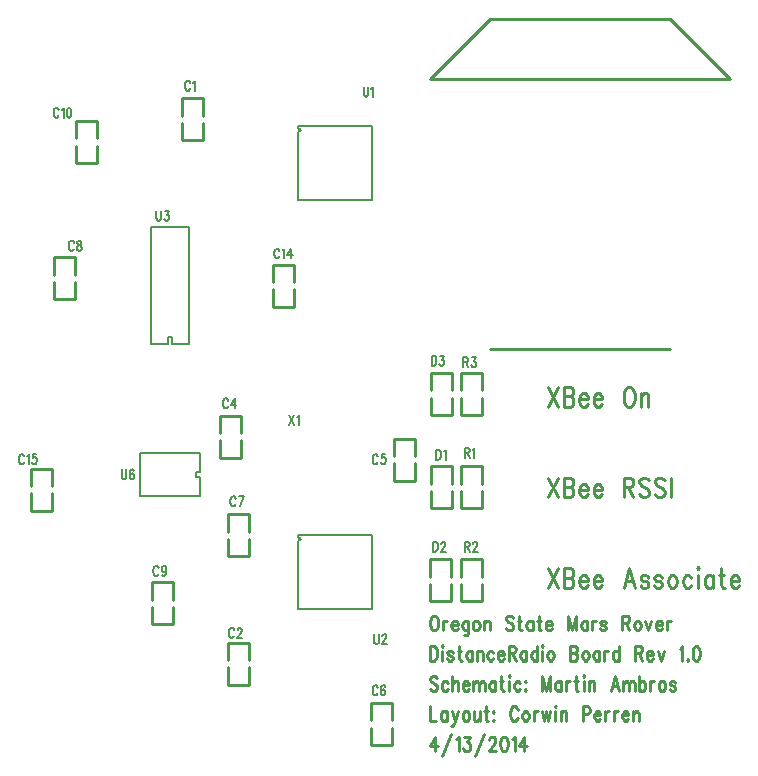
<source format=gto>
*
*
G04 PADS 9.3.1 Build Number: 456998 generated Gerber (RS-274-X) file*
G04 PC Version=2.1*
*
%IN "DistanceRadioRover.pcb"*%
*
%MOIN*%
*
%FSLAX35Y35*%
*
*
*
*
G04 PC Standard Apertures*
*
*
G04 Thermal Relief Aperture macro.*
%AMTER*
1,1,$1,0,0*
1,0,$1-$2,0,0*
21,0,$3,$4,0,0,45*
21,0,$3,$4,0,0,135*
%
*
*
G04 Annular Aperture macro.*
%AMANN*
1,1,$1,0,0*
1,0,$2,0,0*
%
*
*
G04 Odd Aperture macro.*
%AMODD*
1,1,$1,0,0*
1,0,$1-0.005,0,0*
%
*
*
G04 PC Custom Aperture Macros*
*
*
*
*
*
*
G04 PC Aperture Table*
*
%ADD010C,0.001*%
%ADD011C,0.01*%
%ADD040C,0.00787*%
%ADD202C,0.00504*%
%ADD203C,0.00866*%
*
*
*
*
G04 PC Circuitry*
G04 Layer Name DistanceRadioRover.pcb - circuitry*
%LPD*%
*
*
G04 PC Custom Flashes*
G04 Layer Name DistanceRadioRover.pcb - flashes*
%LPD*%
*
*
G04 PC Circuitry*
G04 Layer Name DistanceRadioRover.pcb - circuitry*
%LPD*%
*
G54D10*
G54D11*
G01X69012Y220413D02*
Y226213D01*
X62012*
Y220413*
X69012Y218013D02*
Y212213D01*
X62012*
Y218013*
X77130Y36595D02*
Y30795D01*
X84130*
Y36595*
X77130Y38995D02*
Y44795D01*
X84130*
Y38995*
X74610Y112186D02*
Y106386D01*
X81610*
Y112186*
X74610Y114586D02*
Y120386D01*
X81610*
Y114586*
X139563Y107027D02*
Y112827D01*
X132563*
Y107027*
X139563Y104627D02*
Y98827D01*
X132563*
Y104627*
X132004Y18838D02*
Y24638D01*
X125004*
Y18838*
X132004Y16438D02*
Y10638D01*
X125004*
Y16438*
X77130Y79430D02*
Y73630D01*
X84130*
Y79430*
X77130Y81830D02*
Y87630D01*
X84130*
Y81830*
X26177Y167499D02*
Y173299D01*
X19177*
Y167499*
X26177Y165099D02*
Y159299D01*
X19177*
Y165099*
X51933Y56753D02*
Y50953D01*
X58933*
Y56753*
X51933Y59153D02*
Y64953D01*
X58933*
Y59153*
X26736Y210454D02*
Y204654D01*
X33736*
Y210454*
X26736Y212854D02*
Y218654D01*
X33736*
Y212854*
X92248Y162580D02*
Y156780D01*
X99248*
Y162580*
X92248Y164980D02*
Y170780D01*
X99248*
Y164980*
X18618Y96948D02*
Y102748D01*
X11618*
Y96948*
X18618Y94548D02*
Y88748D01*
X11618*
Y94548*
X151908Y97820D02*
Y103620D01*
X144908*
Y97820*
X151908Y95420D02*
Y89620D01*
X144908*
Y95420*
X161987Y97820D02*
Y103620D01*
X154987*
Y97820*
X161987Y95420D02*
Y89620D01*
X154987*
Y95420*
X151722Y66807D02*
Y72607D01*
X144722*
Y66807*
X151722Y64407D02*
Y58607D01*
X144722*
Y64407*
X161800Y66807D02*
Y72607D01*
X154800*
Y66807*
X161800Y64407D02*
Y58607D01*
X154800*
Y64407*
X151908Y128834D02*
Y134634D01*
X144908*
Y128834*
X151908Y126434D02*
Y120634D01*
X144908*
Y126434*
X161987Y128834D02*
Y134634D01*
X154987*
Y128834*
X161987Y126434D02*
Y120634D01*
X154987*
Y126434*
X183937Y130027D02*
X187119Y123465D01*
Y130027D02*
X183937Y123465D01*
X189164Y130027D02*
Y123465D01*
Y130027D02*
X191210D01*
X191892Y129715*
X192119Y129402*
X192346Y128777*
Y128152*
X192119Y127527*
X191892Y127215*
X191210Y126902*
X189164D02*
X191210D01*
X191892Y126590*
X192119Y126277*
X192346Y125652*
Y124715*
X192119Y124090*
X191892Y123777*
X191210Y123465*
X189164*
X194392Y125965D02*
X197119D01*
Y126590*
X196892Y127215*
X196664Y127527*
X196210Y127840*
X195528*
X195073Y127527*
X194619Y126902*
X194392Y125965*
Y125340*
X194619Y124402*
X195073Y123777*
X195528Y123465*
X196210*
X196664Y123777*
X197119Y124402*
X199164Y125965D02*
X201892D01*
Y126590*
X201664Y127215*
X201437Y127527*
X200982Y127840*
X200301*
X199846Y127527*
X199392Y126902*
X199164Y125965*
Y125340*
X199392Y124402*
X199846Y123777*
X200301Y123465*
X200982*
X201437Y123777*
X201892Y124402*
X210528Y130027D02*
X210073Y129715D01*
X209619Y129090*
X209392Y128465*
X209164Y127527*
Y125965*
X209392Y125027*
X209619Y124402*
X210073Y123777*
X210528Y123465*
X211437*
X211892Y123777*
X212346Y124402*
X212573Y125027*
X212801Y125965*
Y127527*
X212573Y128465*
X212346Y129090*
X211892Y129715*
X211437Y130027*
X210528*
X214846Y127840D02*
Y123465D01*
Y126590D02*
X215528Y127527D01*
X215982Y127840*
X216664*
X217119Y127527*
X217346Y126590*
Y123465*
X183937Y99791D02*
X187119Y93228D01*
Y99791D02*
X183937Y93228D01*
X189164Y99791D02*
Y93228D01*
Y99791D02*
X191210D01*
X191892Y99478*
X192119Y99166*
X192346Y98541*
Y97916*
X192119Y97291*
X191892Y96978*
X191210Y96666*
X189164D02*
X191210D01*
X191892Y96353*
X192119Y96041*
X192346Y95416*
Y94478*
X192119Y93853*
X191892Y93541*
X191210Y93228*
X189164*
X194392Y95728D02*
X197119D01*
Y96353*
X196892Y96978*
X196664Y97291*
X196210Y97603*
X195528*
X195073Y97291*
X194619Y96666*
X194392Y95728*
Y95103*
X194619Y94166*
X195073Y93541*
X195528Y93228*
X196210*
X196664Y93541*
X197119Y94166*
X199164Y95728D02*
X201892D01*
Y96353*
X201664Y96978*
X201437Y97291*
X200982Y97603*
X200301*
X199846Y97291*
X199392Y96666*
X199164Y95728*
Y95103*
X199392Y94166*
X199846Y93541*
X200301Y93228*
X200982*
X201437Y93541*
X201892Y94166*
X209164Y99791D02*
Y93228D01*
Y99791D02*
X211210D01*
X211892Y99478*
X212119Y99166*
X212346Y98541*
Y97916*
X212119Y97291*
X211892Y96978*
X211210Y96666*
X209164*
X210755D02*
X212346Y93228D01*
X217573Y98853D02*
X217119Y99478D01*
X216437Y99791*
X215528*
X214846Y99478*
X214392Y98853*
Y98228*
X214619Y97603*
X214846Y97291*
X215301Y96978*
X216664Y96353*
X217119Y96041*
X217346Y95728*
X217573Y95103*
Y94166*
X217119Y93541*
X216437Y93228*
X215528*
X214846Y93541*
X214392Y94166*
X222801Y98853D02*
X222346Y99478D01*
X221664Y99791*
X220755*
X220073Y99478*
X219619Y98853*
Y98228*
X219846Y97603*
X220073Y97291*
X220528Y96978*
X221892Y96353*
X222346Y96041*
X222573Y95728*
X222801Y95103*
Y94166*
X222346Y93541*
X221664Y93228*
X220755*
X220073Y93541*
X219619Y94166*
X224846Y99791D02*
Y93228D01*
X183937Y69555D02*
X187119Y62992D01*
Y69555D02*
X183937Y62992D01*
X189164Y69555D02*
Y62992D01*
Y69555D02*
X191210D01*
X191892Y69242*
X192119Y68930*
X192346Y68305*
Y67680*
X192119Y67055*
X191892Y66742*
X191210Y66430*
X189164D02*
X191210D01*
X191892Y66117*
X192119Y65805*
X192346Y65180*
Y64242*
X192119Y63617*
X191892Y63305*
X191210Y62992*
X189164*
X194392Y65492D02*
X197119D01*
Y66117*
X196892Y66742*
X196664Y67055*
X196210Y67367*
X195528*
X195073Y67055*
X194619Y66430*
X194392Y65492*
Y64867*
X194619Y63930*
X195073Y63305*
X195528Y62992*
X196210*
X196664Y63305*
X197119Y63930*
X199164Y65492D02*
X201892D01*
Y66117*
X201664Y66742*
X201437Y67055*
X200982Y67367*
X200301*
X199846Y67055*
X199392Y66430*
X199164Y65492*
Y64867*
X199392Y63930*
X199846Y63305*
X200301Y62992*
X200982*
X201437Y63305*
X201892Y63930*
X210982Y69555D02*
X209164Y62992D01*
X210982Y69555D02*
X212801Y62992D01*
X209846Y65180D02*
X212119D01*
X217346Y66430D02*
X217119Y67055D01*
X216437Y67367*
X215755*
X215073Y67055*
X214846Y66430*
X215073Y65805*
X215528Y65492*
X216664Y65180*
X217119Y64867*
X217346Y64242*
Y63930*
X217119Y63305*
X216437Y62992*
X215755*
X215073Y63305*
X214846Y63930*
X221892Y66430D02*
X221664Y67055D01*
X220982Y67367*
X220301*
X219619Y67055*
X219392Y66430*
X219619Y65805*
X220073Y65492*
X221210Y65180*
X221664Y64867*
X221892Y64242*
Y63930*
X221664Y63305*
X220982Y62992*
X220301*
X219619Y63305*
X219392Y63930*
X225073Y67367D02*
X224619Y67055D01*
X224164Y66430*
X223937Y65492*
Y64867*
X224164Y63930*
X224619Y63305*
X225073Y62992*
X225755*
X226210Y63305*
X226664Y63930*
X226892Y64867*
Y65492*
X226664Y66430*
X226210Y67055*
X225755Y67367*
X225073*
X231664Y66430D02*
X231210Y67055D01*
X230755Y67367*
X230073*
X229619Y67055*
X229164Y66430*
X228937Y65492*
Y64867*
X229164Y63930*
X229619Y63305*
X230073Y62992*
X230755*
X231210Y63305*
X231664Y63930*
X233710Y69555D02*
X233937Y69242D01*
X234164Y69555*
X233937Y69867*
X233710Y69555*
X233937Y67367D02*
Y62992D01*
X238937Y67367D02*
Y62992D01*
Y66430D02*
X238482Y67055D01*
X238028Y67367*
X237346*
X236892Y67055*
X236437Y66430*
X236210Y65492*
Y64867*
X236437Y63930*
X236892Y63305*
X237346Y62992*
X238028*
X238482Y63305*
X238937Y63930*
X241664Y69555D02*
Y64242D01*
X241892Y63305*
X242346Y62992*
X242801*
X240982Y67367D02*
X242573D01*
X244846Y65492D02*
X247573D01*
Y66117*
X247346Y66742*
X247119Y67055*
X246664Y67367*
X245982*
X245528Y67055*
X245073Y66430*
X244846Y65492*
Y64867*
X245073Y63930*
X245528Y63305*
X245982Y62992*
X246664*
X247119Y63305*
X247573Y63930*
X144646Y232520D02*
X164646Y252520D01*
X224646*
X244646Y232520*
X144646*
X164646Y142520D02*
X224646D01*
G54D40*
X100591Y192323D02*
X125394D01*
Y217126*
X100591*
Y216339*
X101772Y215748*
X100591Y215157*
Y192323*
Y55951D02*
X125394D01*
Y80754*
X100591*
Y79967*
X101772Y79376*
X100591Y78786*
Y55951*
X67795Y107874D02*
Y101673D01*
X66565*
Y99902*
X67795*
Y93701*
X48110*
Y107874*
X67795*
X64252Y144291D02*
X58740D01*
Y146727*
X57165*
Y144291*
X51654*
Y183268*
X64252*
Y144291*
G54D202*
X122457Y230079D02*
Y227717D01*
X122571Y227244*
X122800Y226929*
X123144Y226772*
X123373*
X123717Y226929*
X123946Y227244*
X124060Y227717*
Y230079*
X125091Y229449D02*
X125320Y229606D01*
X125664Y230079*
Y226772*
X125984Y47654D02*
Y45291D01*
X126099Y44819*
X126328Y44504*
X126671Y44346*
X126901*
X126901D02*
X127244Y44504D01*
X127473Y44819*
X127588Y45291*
Y47654*
X128733Y46866D02*
Y47024D01*
X128848Y47339*
X128962Y47496*
X129191Y47654*
X129649*
X129878Y47496*
X129993Y47339*
X130107Y47024*
Y46709*
X129993Y46394*
X129764Y45921*
X128618Y44346*
X130222*
X97740Y120605D02*
X99344Y117298D01*
Y120605D02*
X97740Y117298D01*
X100374Y119975D02*
X100603Y120133D01*
X100947Y120605*
Y117298*
X41827Y102583D02*
Y100220D01*
X41941Y99748*
X42170Y99433*
X42514Y99276*
X42743*
X43087Y99433*
X43316Y99748*
X43430Y100220*
Y102583*
X45835Y102110D02*
X45721Y102425D01*
X45377Y102583*
X45148*
X44805Y102425*
X44576Y101953*
X44461Y101165*
Y100378*
X44576Y99748*
X44805Y99433*
X45148Y99276*
X45263*
X45606Y99433*
X45835Y99748*
X45950Y100220*
Y100378*
X45835Y100850*
X45606Y101165*
X45263Y101323*
X45148*
X44805Y101165*
X44576Y100850*
X44461Y100378*
X64710Y231307D02*
X64596Y231622D01*
X64366Y231937*
X64366D02*
X64137Y232094D01*
X63679*
X63450Y231937*
X63221Y231622*
X63107Y231307*
X62992Y230835*
Y230047*
X63107Y229575*
X63221Y229260*
X63450Y228945*
X63679Y228787*
X64137*
X64366Y228945*
X64366D02*
X64596Y229260D01*
X64710Y229575*
X65741Y231465D02*
X65970Y231622D01*
X66314Y232094*
Y228787*
X79324Y48882D02*
X79210Y49197D01*
X78981Y49512*
X78752Y49669*
X78293*
X78064Y49512*
X77835Y49197*
X77721Y48882*
X77606Y48409*
Y47622*
X77721Y47150*
X77835Y46835*
X78064Y46520*
X78293Y46362*
X78752*
X78981Y46520*
X79210Y46835*
X79324Y47150*
X80470Y48882D02*
Y49039D01*
X80584Y49354*
X80699Y49512*
X80928Y49669*
X81386*
X81615Y49512*
X81729Y49354*
X81844Y49039*
Y48724*
X81729Y48409*
X81500Y47937*
X80355Y46362*
X81958*
X77309Y125480D02*
X77194Y125795D01*
X76965Y126110*
X76736Y126268*
X76278*
X76049Y126110*
X75820Y125795*
X75705Y125480*
X75591Y125008*
Y124220*
X75705Y123748*
X75820Y123433*
X76049Y123118*
X76278Y122961*
X76736*
X76965Y123118*
X77194Y123433*
X77309Y123748*
X79485Y126268D02*
X78339Y124063D01*
X80057*
X79485Y126268D02*
Y122961D01*
X127198Y106835D02*
X127084Y107150D01*
X126855Y107465*
X126626Y107622*
X126168*
X126168D02*
X125938Y107465D01*
X125709Y107150*
X125595Y106835*
X125480Y106362*
Y105575*
X125595Y105102*
X125709Y104787*
X125938Y104472*
X126168Y104315*
X126168D02*
X126626D01*
X126855Y104472*
X127084Y104787*
X127198Y105102*
X129718Y107622D02*
X128573D01*
X128458Y106205*
X128573Y106362*
X128916Y106520*
X129260*
X129603Y106362*
X129832Y106047*
X129832D02*
X129947Y105575D01*
X129832Y105260*
X129832D02*
X129718Y104787D01*
X129489Y104472*
X129145Y104315*
X128802*
X128458Y104472*
X128344Y104630*
X128229Y104945*
X127198Y29732D02*
X127084Y30047D01*
X126855Y30362*
X126626Y30520*
X126168*
X126168D02*
X125938Y30362D01*
X125709Y30047*
X125595Y29732*
X125480Y29260*
Y28472*
X125595Y28000*
X125709Y27685*
X125938Y27370*
X126168Y27213*
X126168D02*
X126626D01*
X126855Y27370*
X127084Y27685*
X127198Y28000*
X129603Y30047D02*
X129489Y30362D01*
X129145Y30520*
X128916*
X128573Y30362*
X128344Y29890*
X128229Y29102*
Y28315*
X128344Y27685*
X128573Y27370*
X128916Y27213*
X129031*
X129374Y27370*
X129603Y27685*
X129718Y28157*
Y28315*
X129603Y28787*
X129374Y29102*
X129031Y29260*
X128916*
X128573Y29102*
X128344Y28787*
X128229Y28315*
X79828Y92724D02*
X79714Y93039D01*
X79485Y93354*
X79256Y93512*
X78797*
X78568Y93354*
X78339Y93039*
X78225Y92724*
X78110Y92252*
Y91465*
X78225Y90992*
X78339Y90677*
X78568Y90362*
X78797Y90205*
X79256*
X79485Y90362*
X79714Y90677*
X79828Y90992*
X82462Y93512D02*
X81317Y90205D01*
X80859Y93512D02*
X82462D01*
X25907Y177890D02*
X25792Y178205D01*
X25563Y178520*
X25334Y178677*
X24876*
X24647Y178520*
X24418Y178205*
X24304Y177890*
X24189Y177417*
Y176630*
X24304Y176157*
X24418Y175843*
X24647Y175528*
X24876Y175370*
X25334*
X25563Y175528*
X25792Y175843*
X25907Y176157*
X27510Y178677D02*
X27167Y178520D01*
X27052Y178205*
Y177890*
X27167Y177575*
X27396Y177417*
X27854Y177260*
X28198Y177102*
X28427Y176787*
X28541Y176472*
Y176000*
X28427Y175685*
X28312Y175528*
X27969Y175370*
X27969D02*
X27510D01*
X27167Y175528*
X27052Y175685*
X26938Y176000*
Y176472*
X27052Y176787*
X27281Y177102*
X27625Y177260*
X28083Y177417*
X28312Y177575*
X28427Y177890*
Y178205*
X28312Y178520*
X27969Y178677*
X27969D02*
X27510D01*
X54127Y69543D02*
X54013Y69858D01*
X53784Y70173*
X53555Y70331*
X53097*
X52868Y70173*
X52639Y69858*
X52524Y69543*
X52409Y69071*
Y68283*
X52524Y67811*
X52639Y67496*
X52868Y67181*
X53097Y67024*
X53555*
X53784Y67181*
X54013Y67496*
X54127Y67811*
X56647Y69228D02*
X56533Y68756D01*
X56304Y68441*
X55960Y68283*
X55845*
X55502Y68441*
X55273Y68756*
X55158Y69228*
Y69386*
X55273Y69858*
X55502Y70173*
X55845Y70331*
X55960*
X56304Y70173*
X56533Y69858*
X56647Y69228*
Y68441*
X56533Y67654*
X56304Y67181*
X55960Y67024*
X55731*
X55387Y67181*
X55273Y67496*
X20868Y222236D02*
X20753Y222551D01*
X20524Y222866*
X20295Y223024*
X19837*
X19608Y222866*
X19379Y222551*
X19264Y222236*
X19150Y221764*
Y220976*
X19264Y220504*
X19379Y220189*
X19608Y219874*
X19837Y219717*
X20295*
X20524Y219874*
X20753Y220189*
X20868Y220504*
X21898Y222394D02*
X22127Y222551D01*
X22471Y223024*
Y219717*
X24189Y223024D02*
X23845Y222866D01*
X23616Y222394*
X23502Y221606*
Y221134*
X23616Y220346*
X23845Y219874*
X24189Y219717*
X24418*
X24762Y219874*
X24991Y220346*
X25105Y221134*
Y221606*
X24991Y222394*
X24762Y222866*
X24418Y223024*
X24189*
X94442Y175370D02*
X94328Y175685D01*
X94099Y176000*
X93870Y176157*
X93412*
X93183Y176000*
X92953Y175685*
X92839Y175370*
X92724Y174898*
Y174110*
X92839Y173638*
X92953Y173323*
X93183Y173008*
X93412Y172850*
X93870*
X94099Y173008*
X94328Y173323*
X94442Y173638*
X95473Y175528D02*
X95702Y175685D01*
X96046Y176157*
Y172850*
X98222Y176157D02*
X97077Y173953D01*
X98795*
X98222Y176157D02*
Y172850D01*
X9277Y106835D02*
X9162Y107150D01*
X8933Y107465*
X8704Y107622*
X8246*
X8017Y107465*
X7788Y107150*
X7674Y106835*
X7559Y106362*
Y105575*
X7674Y105102*
X7788Y104787*
X8017Y104472*
X8246Y104315*
X8704*
X8933Y104472*
X9162Y104787*
X9277Y105102*
X10308Y106992D02*
X10537Y107150D01*
X10880Y107622*
Y104315*
X13400Y107622D02*
X12255D01*
X12140Y106205*
X12255Y106362*
X12598Y106520*
X12942*
X13286Y106362*
X13515Y106047*
X13629Y105575*
X13515Y105260*
X13400Y104787*
X13171Y104472*
X12827Y104315*
X12484*
X12140Y104472*
X12026Y104630*
X11911Y104945*
X146646Y109134D02*
Y105827D01*
Y109134D02*
X147447D01*
X147791Y108976*
X148020Y108661*
X148135Y108346*
X148249Y107874*
Y107087*
X148135Y106614*
X148020Y106299*
X147791Y105984*
X147447Y105827*
X146646*
X149280Y108504D02*
X149509Y108661D01*
X149853Y109134*
Y105827*
X156220Y109638D02*
Y106331D01*
Y109638D02*
X157251D01*
X157595Y109480*
X157709Y109323*
X157824Y109008*
Y108693*
X157709Y108378*
X157595Y108220*
X157251Y108063*
X156220*
X157022D02*
X157824Y106331D01*
X158855Y109008D02*
X159084Y109165D01*
X159427Y109638*
Y106331*
X145638Y78394D02*
Y75087D01*
Y78394D02*
X146440D01*
X146783Y78236*
X147012Y77921*
X147127Y77606*
X147241Y77134*
Y76346*
X147127Y75874*
X147012Y75559*
X146783Y75244*
X146440Y75087*
X145638*
X148387Y77606D02*
Y77764D01*
X148501Y78079*
X148616Y78236*
X148845Y78394*
X149303*
X149532Y78236*
X149646Y78079*
X149761Y77764*
Y77449*
X149646Y77134*
X149417Y76661*
X148272Y75087*
X149875*
X156220Y78394D02*
Y75087D01*
Y78394D02*
X157251D01*
X157595Y78236*
X157709Y78079*
X157824Y77764*
Y77449*
X157709Y77134*
X157595Y76976*
X157251Y76819*
X156220*
X157022D02*
X157824Y75087D01*
X158969Y77606D02*
Y77764D01*
X159084Y78079*
X159198Y78236*
X159427Y78394*
X159885*
X160115Y78236*
X160229Y78079*
X160344Y77764*
Y77449*
X160229Y77134*
X160000Y76661*
X158855Y75087*
X160458*
X145134Y140378D02*
Y137071D01*
Y140378D02*
X145936D01*
X146279Y140220*
X146508Y139906*
X146623Y139591*
X146737Y139118*
Y138331*
X146623Y137858*
X146508Y137543*
X146279Y137228*
X145936Y137071*
X145134*
X147997Y140378D02*
X149257D01*
X148570Y139118*
X148913*
X149142Y138961*
X149257Y138803*
X149372Y138331*
Y138016*
X149257Y137543*
X149028Y137228*
X148684Y137071*
X148341*
X147997Y137228*
X147883Y137386*
X147768Y137701*
X155717Y139874D02*
Y136567D01*
Y139874D02*
X156747D01*
X157091Y139717*
X157205Y139559*
X157320Y139244*
Y138929*
X157205Y138614*
X157091Y138457*
X156747Y138299*
X155717*
X156518D02*
X157320Y136567D01*
X158580Y139874D02*
X159840D01*
X159152Y138614*
X159496*
X159725Y138457*
X159840Y138299*
X159954Y137827*
Y137512*
X159840Y137039*
X159611Y136724*
X159267Y136567*
X158923*
X158580Y136724*
X158465Y136882*
X158351Y137197*
X53417Y188756D02*
Y186394D01*
X53532Y185921*
X53761Y185606*
X54105Y185449*
X54334*
X54677Y185606*
X54906Y185921*
X55021Y186394*
Y188756*
X56281D02*
X57540D01*
X56853Y187496*
X57197*
X57426Y187339*
X57540Y187181*
X57655Y186709*
Y186394*
X57540Y185921*
X57311Y185606*
X56968Y185449*
X56624*
X56281Y185606*
X56166Y185764*
X56052Y186079*
G54D203*
X144630Y43712D02*
Y38803D01*
Y43712D02*
X145820D01*
X146330Y43478*
X146670Y43011*
X146840Y42543*
X147010Y41842*
Y40673*
X146840Y39972*
X146670Y39504*
X146330Y39037*
X145820Y38803*
X144630*
X148540Y43712D02*
X148710Y43478D01*
X148880Y43712*
X148710Y43946*
X148540Y43712*
X148710Y42076D02*
Y38803D01*
X152280Y41375D02*
X152110Y41842D01*
X151600Y42076*
X151090*
X150580Y41842*
X150410Y41375*
X150580Y40907*
X150920Y40673*
X151770Y40439*
X152110Y40206*
X152280Y39738*
Y39504*
X152110Y39037*
X151600Y38803*
X151090*
X150580Y39037*
X150410Y39504*
X154320Y43712D02*
Y39738D01*
X154490Y39037*
X154830Y38803*
X155170*
X153810Y42076D02*
X155000D01*
X158741D02*
Y38803D01*
Y41375D02*
X158401Y41842D01*
X158401D02*
X158060Y42076D01*
X157550*
X157210Y41842*
X156870Y41375*
X156700Y40673*
Y40206*
X156870Y39504*
X157210Y39037*
X157550Y38803*
X158060*
X158401Y39037*
X158401D02*
X158741Y39504D01*
X160271Y42076D02*
Y38803D01*
Y41141D02*
X160781Y41842D01*
X161121Y42076*
X161631*
X161971Y41842*
X162141Y41141*
Y38803*
X165711Y41375D02*
X165371Y41842D01*
X165031Y42076*
X164521*
X164181Y41842*
X163841Y41375*
X163671Y40673*
Y40206*
X163841Y39504*
X164181Y39037*
X164521Y38803*
X165031*
X165371Y39037*
X165711Y39504*
X167241Y40673D02*
X169281D01*
Y41141*
X169111Y41608*
X168941Y41842*
X168601Y42076*
X168091*
X167751Y41842*
X167411Y41375*
X167241Y40673*
Y40206*
X167411Y39504*
X167751Y39037*
X168091Y38803*
X168601*
X168941Y39037*
X169281Y39504*
X170811Y43712D02*
Y38803D01*
Y43712D02*
X172341D01*
X172851Y43478*
X173021Y43245*
X173191Y42777*
Y42310*
X173021Y41842*
X172851Y41608*
X172341Y41375*
X170811*
X172001D02*
X173191Y38803D01*
X176761Y42076D02*
Y38803D01*
Y41375D02*
X176421Y41842D01*
X176081Y42076*
X175571*
X175231Y41842*
X174891Y41375*
X174721Y40673*
Y40206*
X174891Y39504*
X175231Y39037*
X175571Y38803*
X176081*
X176421Y39037*
X176761Y39504*
X180331Y43712D02*
Y38803D01*
Y41375D02*
X179991Y41842D01*
X179651Y42076*
X179141*
X178801Y41842*
X178461Y41375*
X178291Y40673*
Y40206*
X178461Y39504*
X178801Y39037*
X179141Y38803*
X179651*
X179991Y39037*
X180331Y39504*
X181861Y43712D02*
X182031Y43478D01*
X182202Y43712*
X182031Y43946*
X181861Y43712*
X182031Y42076D02*
Y38803D01*
X184582Y42076D02*
X184242Y41842D01*
X183902Y41375*
X183732Y40673*
Y40206*
X183902Y39504*
X184242Y39037*
X184582Y38803*
X185092*
X185432Y39037*
X185772Y39504*
X185942Y40206*
Y40673*
X185772Y41375*
X185432Y41842*
X185092Y42076*
X184582*
X191382Y43712D02*
Y38803D01*
Y43712D02*
X192912D01*
X193422Y43478*
X193592Y43245*
X193762Y42777*
Y42310*
X193592Y41842*
X193422Y41608*
X192912Y41375*
X191382D02*
X192912D01*
X193422Y41141*
X193592Y40907*
X193762Y40439*
Y39738*
X193592Y39271*
X193422Y39037*
X192912Y38803*
X191382*
X196142Y42076D02*
X195802Y41842D01*
X195462Y41375*
X195292Y40673*
Y40206*
X195462Y39504*
X195802Y39037*
X196142Y38803*
X196652*
X196992Y39037*
X197332Y39504*
X197502Y40206*
Y40673*
X197332Y41375*
X196992Y41842*
X196652Y42076*
X196142*
X201072D02*
Y38803D01*
Y41375D02*
X200732Y41842D01*
X200392Y42076*
X199882*
X199542Y41842*
X199202Y41375*
X199032Y40673*
Y40206*
X199202Y39504*
X199542Y39037*
X199882Y38803*
X200392*
X200732Y39037*
X201072Y39504*
X202602Y42076D02*
Y38803D01*
Y40673D02*
X202772Y41375D01*
X203112Y41842*
X203452Y42076*
X203962*
X207533Y43712D02*
Y38803D01*
Y41375D02*
X207193Y41842D01*
X206853Y42076*
X206343*
X206003Y41842*
X205662Y41375*
X205492Y40673*
Y40206*
X205662Y39504*
X206003Y39037*
X206343Y38803*
X206853*
X207193Y39037*
X207533Y39504*
X212973Y43712D02*
Y38803D01*
Y43712D02*
X214503D01*
X215013Y43478*
X215183Y43245*
X215353Y42777*
Y42310*
X215183Y41842*
X215013Y41608*
X214503Y41375*
X212973*
X214163D02*
X215353Y38803D01*
X216883Y40673D02*
X218923D01*
Y41141*
X218753Y41608*
X218583Y41842*
X218243Y42076*
X217733*
X217393Y41842*
X217053Y41375*
X216883Y40673*
Y40206*
X217053Y39504*
X217393Y39037*
X217733Y38803*
X218243*
X218583Y39037*
X218923Y39504*
X220453Y42076D02*
X221473Y38803D01*
X222493Y42076D02*
X221473Y38803D01*
X227933Y42777D02*
X228273Y43011D01*
X228783Y43712*
Y38803*
X230484Y39271D02*
X230314Y39037D01*
X230484Y38803*
X230654Y39037*
X230484Y39271*
X233204Y43712D02*
X232694Y43478D01*
X232354Y42777*
X232184Y41608*
Y40907*
X232354Y39738*
X232694Y39037*
X233204Y38803*
X233544*
X234054Y39037*
X234394Y39738*
X234564Y40907*
Y41608*
X234394Y42777*
X234054Y43478*
X233544Y43712*
X233204*
X147010Y32932D02*
X146670Y33400D01*
X146160Y33633*
X145480*
X144970Y33400*
X144630Y32932*
Y32465*
X144800Y31997*
X144970Y31763*
X145310Y31530*
X146330Y31062*
X146670Y30828*
X146840Y30594*
X147010Y30127*
Y29426*
X146670Y28958*
X146160Y28724*
X145480*
X144970Y28958*
X144630Y29426*
X150580Y31296D02*
X150240Y31763D01*
X149900Y31997*
X149390*
X149050Y31763*
X148710Y31296*
X148540Y30594*
Y30127*
X148710Y29426*
X149050Y28958*
X149390Y28724*
X149900*
X150240Y28958*
X150580Y29426*
X152110Y33633D02*
Y28724D01*
Y31062D02*
X152620Y31763D01*
X152960Y31997*
X153470*
X153810Y31763*
X153980Y31062*
Y28724*
X155510Y30594D02*
X157550D01*
Y31062*
X157380Y31530*
X157210Y31763*
X156870Y31997*
X156360*
X156020Y31763*
X155680Y31296*
X155510Y30594*
Y30127*
X155680Y29426*
X156020Y28958*
X156360Y28724*
X156870*
X157210Y28958*
X157550Y29426*
X159081Y31997D02*
Y28724D01*
Y31062D02*
X159591Y31763D01*
X159931Y31997*
X160441*
X160781Y31763*
X160951Y31062*
Y28724*
Y31062D02*
X161461Y31763D01*
X161801Y31997*
X162311*
X162651Y31763*
X162821Y31062*
Y28724*
X166391Y31997D02*
Y28724D01*
Y31296D02*
X166051Y31763D01*
X165711Y31997*
X165201*
X164861Y31763*
X164521Y31296*
X164351Y30594*
Y30127*
X164521Y29426*
X164861Y28958*
X165201Y28724*
X165711*
X166051Y28958*
X166391Y29426*
X168431Y33633D02*
Y29659D01*
X168601Y28958*
X168941Y28724*
X169281*
X167921Y31997D02*
X169111D01*
X170811Y33633D02*
X170981Y33400D01*
X171151Y33633*
X170981Y33867*
X170811Y33633*
X170981Y31997D02*
Y28724D01*
X174721Y31296D02*
X174381Y31763D01*
X174041Y31997*
X173531*
X173191Y31763*
X172851Y31296*
X172681Y30594*
Y30127*
X172851Y29426*
X173191Y28958*
X173531Y28724*
X174041*
X174381Y28958*
X174721Y29426*
X176421Y31997D02*
X176251Y31763D01*
X176421Y31530*
X176591Y31763*
X176421Y31997*
Y29192D02*
X176251Y28958D01*
X176421Y28724*
X176591Y28958*
X176421Y29192*
X182031Y33633D02*
Y28724D01*
Y33633D02*
X183392Y28724D01*
X184752Y33633D02*
X183392Y28724D01*
X184752Y33633D02*
Y28724D01*
X188322Y31997D02*
Y28724D01*
Y31296D02*
X187982Y31763D01*
X187642Y31997*
X187132*
X186792Y31763*
X186452Y31296*
X186282Y30594*
Y30127*
X186452Y29426*
X186792Y28958*
X187132Y28724*
X187642*
X187982Y28958*
X188322Y29426*
X189852Y31997D02*
Y28724D01*
Y30594D02*
X190022Y31296D01*
X190362Y31763*
X190702Y31997*
X191212*
X193252Y33633D02*
Y29659D01*
X193422Y28958*
X193762Y28724*
X194102*
X192742Y31997D02*
X193932D01*
X195632Y33633D02*
X195802Y33400D01*
X195972Y33633*
X195802Y33867*
X195632Y33633*
X195802Y31997D02*
Y28724D01*
X197502Y31997D02*
Y28724D01*
Y31062D02*
X198012Y31763D01*
X198352Y31997*
X198862*
X199202Y31763*
X199372Y31062*
Y28724*
X206173Y33633D02*
X204812Y28724D01*
X206173Y33633D02*
X207533Y28724D01*
X205322Y30361D02*
X207023D01*
X209063Y31997D02*
Y28724D01*
Y31062D02*
X209573Y31763D01*
X209913Y31997*
X210423*
X210763Y31763*
X210933Y31062*
Y28724*
Y31062D02*
X211443Y31763D01*
X211783Y31997*
X212293*
X212633Y31763*
X212803Y31062*
Y28724*
X214333Y33633D02*
Y28724D01*
Y31296D02*
X214673Y31763D01*
X215013Y31997*
X215523*
X215863Y31763*
X216203Y31296*
X216373Y30594*
Y30127*
X216203Y29426*
X215863Y28958*
X215523Y28724*
X215013*
X214673Y28958*
X214333Y29426*
X217903Y31997D02*
Y28724D01*
Y30594D02*
X218073Y31296D01*
X218413Y31763*
X218753Y31997*
X219263*
X221643D02*
X221303Y31763D01*
X220963Y31296*
X220793Y30594*
Y30127*
X220963Y29426*
X221303Y28958*
X221643Y28724*
X222153*
X222493Y28958*
X222833Y29426*
X223003Y30127*
Y30594*
X222833Y31296*
X222493Y31763*
X222153Y31997*
X221643*
X226403Y31296D02*
X226233Y31763D01*
X225723Y31997*
X225213*
X224703Y31763*
X224533Y31296*
X224703Y30828*
X225043Y30594*
X225893Y30361*
X226233Y30127*
X226403Y29659*
Y29426*
X226233Y28958*
X225723Y28724*
X225213*
X224703Y28958*
X224533Y29426*
X146330Y13476D02*
X144630Y10203D01*
X147180*
X146330Y13476D02*
Y8567D01*
X151770Y14411D02*
X148710Y6931D01*
X153300Y12541D02*
X153640Y12775D01*
X154150Y13476*
Y8567*
X156020Y13476D02*
X157890D01*
X156870Y11606*
X157380*
X157720Y11372*
X157890Y11138*
X158060Y10437*
Y9969*
X157890Y9268*
X157550Y8801*
X157040Y8567*
X156530*
X156020Y8801*
X155850Y9034*
X155680Y9502*
X162651Y14411D02*
X159591Y6931D01*
X164351Y12307D02*
Y12541D01*
X164521Y13008*
X164691Y13242*
X165031Y13476*
X165711*
X166051Y13242*
X166221Y13008*
X166391Y12541*
Y12073*
X166221Y11606*
X165881Y10905*
X164181Y8567*
X166561*
X169111Y13476D02*
X168601Y13242D01*
X168261Y12541*
X168091Y11372*
Y10671*
X168261Y9502*
X168601Y8801*
X169111Y8567*
X169451*
X169961Y8801*
X170301Y9502*
X170471Y10671*
Y11372*
X170301Y12541*
X169961Y13242*
X169451Y13476*
X169111*
X172001Y12541D02*
X172341Y12775D01*
X172851Y13476*
Y8567*
X176081Y13476D02*
X174381Y10203D01*
X176931*
X176081Y13476D02*
Y8567D01*
X145650Y53791D02*
X145310Y53557D01*
X144970Y53090*
X144800Y52622*
X144630Y51921*
Y50752*
X144800Y50051*
X144970Y49583*
X145310Y49116*
X145650Y48882*
X146330*
X146670Y49116*
X147010Y49583*
X147180Y50051*
X147350Y50752*
Y51921*
X147180Y52622*
X147010Y53090*
X146670Y53557*
X146330Y53791*
X145650*
X148880Y52155D02*
Y48882D01*
Y50752D02*
X149050Y51453D01*
X149390Y51921*
X149730Y52155*
X150240*
X151770Y50752D02*
X153810D01*
Y51219*
X153640Y51687*
X153470Y51921*
X153130Y52155*
X152620*
X152280Y51921*
X151940Y51453*
X151770Y50752*
Y50284*
X151940Y49583*
X152280Y49116*
X152620Y48882*
X153130*
X153470Y49116*
X153810Y49583*
X157380Y52155D02*
Y48414D01*
X157210Y47713*
X157040Y47479*
X156700Y47246*
X156190*
X155850Y47479*
X157380Y51453D02*
X157040Y51921D01*
X156700Y52155*
X156190*
X155850Y51921*
X155510Y51453*
X155340Y50752*
Y50284*
X155510Y49583*
X155850Y49116*
X156190Y48882*
X156700*
X157040Y49116*
X157380Y49583*
X159761Y52155D02*
X159421Y51921D01*
X159081Y51453*
X158911Y50752*
Y50284*
X159081Y49583*
X159421Y49116*
X159761Y48882*
X160271*
X160611Y49116*
X160951Y49583*
X161121Y50284*
Y50752*
X160951Y51453*
X160611Y51921*
X160271Y52155*
X159761*
X162651D02*
Y48882D01*
Y51219D02*
X163161Y51921D01*
X163501Y52155*
X164011*
X164351Y51921*
X164521Y51219*
Y48882*
X172341Y53090D02*
X172001Y53557D01*
X171491Y53791*
X170811*
X170301Y53557*
X169961Y53090*
Y52622*
X170131Y52155*
X170301Y51921*
X170641Y51687*
X171661Y51219*
X172001Y50986*
X172171Y50752*
X172341Y50284*
Y49583*
X172001Y49116*
X171491Y48882*
X170811*
X170301Y49116*
X169961Y49583*
X174381Y53791D02*
Y49817D01*
X174551Y49116*
X174891Y48882*
X175231*
X173871Y52155D02*
X175061D01*
X178801D02*
Y48882D01*
Y51453D02*
X178461Y51921D01*
X178121Y52155*
X177611*
X177271Y51921*
X176931Y51453*
X176761Y50752*
Y50284*
X176931Y49583*
X177271Y49116*
X177611Y48882*
X178121*
X178461Y49116*
X178801Y49583*
X180841Y53791D02*
Y49817D01*
X181011Y49116*
X181351Y48882*
X181691*
X180331Y52155D02*
X181521D01*
X183222Y50752D02*
X185262D01*
Y51219*
X185092Y51687*
X184922Y51921*
X184582Y52155*
X184072*
X183732Y51921*
X183392Y51453*
X183222Y50752*
Y50284*
X183392Y49583*
X183732Y49116*
X184072Y48882*
X184582*
X184922Y49116*
X185262Y49583*
X190702Y53791D02*
Y48882D01*
Y53791D02*
X192062Y48882D01*
X193422Y53791D02*
X192062Y48882D01*
X193422Y53791D02*
Y48882D01*
X196992Y52155D02*
Y48882D01*
Y51453D02*
X196652Y51921D01*
X196312Y52155*
X195802*
X195462Y51921*
X195122Y51453*
X194952Y50752*
Y50284*
X195122Y49583*
X195462Y49116*
X195802Y48882*
X196312*
X196652Y49116*
X196992Y49583*
X198522Y52155D02*
Y48882D01*
Y50752D02*
X198692Y51453D01*
X199032Y51921*
X199372Y52155*
X199882*
X203282Y51453D02*
X203112Y51921D01*
X202602Y52155*
X202092*
X201582Y51921*
X201412Y51453*
X201582Y50986*
X201922Y50752*
X202772Y50518*
X203112Y50284*
X203282Y49817*
Y49583*
X203112Y49116*
X202602Y48882*
X202092*
X201582Y49116*
X201412Y49583*
X208723Y53791D02*
Y48882D01*
Y53791D02*
X210253D01*
X210763Y53557*
X210933Y53323*
X211103Y52856*
Y52388*
X210933Y51921*
X210763Y51687*
X210253Y51453*
X208723*
X209913D02*
X211103Y48882D01*
X213483Y52155D02*
X213143Y51921D01*
X212803Y51453*
X212633Y50752*
Y50284*
X212803Y49583*
X213143Y49116*
X213483Y48882*
X213993*
X214333Y49116*
X214673Y49583*
X214843Y50284*
Y50752*
X214673Y51453*
X214333Y51921*
X213993Y52155*
X213483*
X216373D02*
X217393Y48882D01*
X218413Y52155D02*
X217393Y48882D01*
X219943Y50752D02*
X221983D01*
Y51219*
X221813Y51687*
X221643Y51921*
X221303Y52155*
X220793*
X220453Y51921*
X220113Y51453*
X219943Y50752*
Y50284*
X220113Y49583*
X220453Y49116*
X220793Y48882*
X221303*
X221643Y49116*
X221983Y49583*
X223513Y52155D02*
Y48882D01*
Y50752D02*
X223683Y51453D01*
X224023Y51921*
X224363Y52155*
X224873*
X144630Y23555D02*
Y18646D01*
X146670*
X150240Y21918D02*
Y18646D01*
Y21217D02*
X149900Y21685D01*
X149560Y21918*
X149050*
X148710Y21685*
X148370Y21217*
X148200Y20516*
Y20048*
X148370Y19347*
X148710Y18879*
X149050Y18646*
X149560*
X149900Y18879*
X150240Y19347*
X151940Y21918D02*
X152960Y18646D01*
X153980Y21918D02*
X152960Y18646D01*
X152620Y17711*
X152280Y17243*
X151940Y17009*
X151770*
X156360Y21918D02*
X156020Y21685D01*
X155680Y21217*
X155510Y20516*
Y20048*
X155680Y19347*
X156020Y18879*
X156360Y18646*
X156870*
X157210Y18879*
X157550Y19347*
X157720Y20048*
Y20516*
X157550Y21217*
X157210Y21685*
X156870Y21918*
X156360*
X159251D02*
Y19581D01*
X159421Y18879*
X159761Y18646*
X160271*
X160611Y18879*
X161121Y19581*
Y21918D02*
Y18646D01*
X163161Y23555D02*
Y19581D01*
X163331Y18879*
X163671Y18646*
X164011*
X162651Y21918D02*
X163841D01*
X165711D02*
X165541Y21685D01*
X165711Y21451*
X165881Y21685*
X165711Y21918*
Y19113D02*
X165541Y18879D01*
X165711Y18646*
X165881Y18879*
X165711Y19113*
X173871Y22386D02*
X173701Y22853D01*
X173361Y23321*
X173021Y23555*
X172341*
X172001Y23321*
X171661Y22853*
X171491Y22386*
X171321Y21685*
Y20516*
X171491Y19814*
X171661Y19347*
X172001Y18879*
X172341Y18646*
X173021*
X173361Y18879*
X173701Y19347*
X173871Y19814*
X176251Y21918D02*
X175911Y21685D01*
X175571Y21217*
X175401Y20516*
Y20048*
X175571Y19347*
X175911Y18879*
X176251Y18646*
X176761*
X177101Y18879*
X177441Y19347*
X177611Y20048*
Y20516*
X177441Y21217*
X177101Y21685*
X176761Y21918*
X176251*
X179141D02*
Y18646D01*
Y20516D02*
X179311Y21217D01*
X179651Y21685*
X179991Y21918*
X180501*
X182031D02*
X182712Y18646D01*
X183392Y21918D02*
X182712Y18646D01*
X183392Y21918D02*
X184072Y18646D01*
X184752Y21918D02*
X184072Y18646D01*
X186282Y23555D02*
X186452Y23321D01*
X186622Y23555*
X186452Y23788*
X186282Y23555*
X186452Y21918D02*
Y18646D01*
X188152Y21918D02*
Y18646D01*
Y20983D02*
X188662Y21685D01*
X189002Y21918*
X189512*
X189852Y21685*
X190022Y20983*
Y18646*
X195462Y23555D02*
Y18646D01*
Y23555D02*
X196992D01*
X197502Y23321*
X197672Y23087*
X197842Y22620*
Y21918*
X197672Y21451*
X197502Y21217*
X196992Y20983*
X195462*
X199372Y20516D02*
X201412D01*
Y20983*
X201242Y21451*
X201072Y21685*
X200732Y21918*
X200222*
X199882Y21685*
X199542Y21217*
X199372Y20516*
Y20048*
X199542Y19347*
X199882Y18879*
X200222Y18646*
X200732*
X201072Y18879*
X201412Y19347*
X202942Y21918D02*
Y18646D01*
Y20516D02*
X203112Y21217D01*
X203452Y21685*
X203792Y21918*
X204302*
X205832D02*
Y18646D01*
Y20516D02*
X206003Y21217D01*
X206343Y21685*
X206683Y21918*
X207193*
X208723Y20516D02*
X210763D01*
Y20983*
X210593Y21451*
X210423Y21685*
X210083Y21918*
X209573*
X209233Y21685*
X208893Y21217*
X208723Y20516*
Y20048*
X208893Y19347*
X209233Y18879*
X209573Y18646*
X210083*
X210423Y18879*
X210763Y19347*
X212293Y21918D02*
Y18646D01*
Y20983D02*
X212803Y21685D01*
X213143Y21918*
X213653*
X213993Y21685*
X214163Y20983*
Y18646*
X0Y0D02*
M02*

</source>
